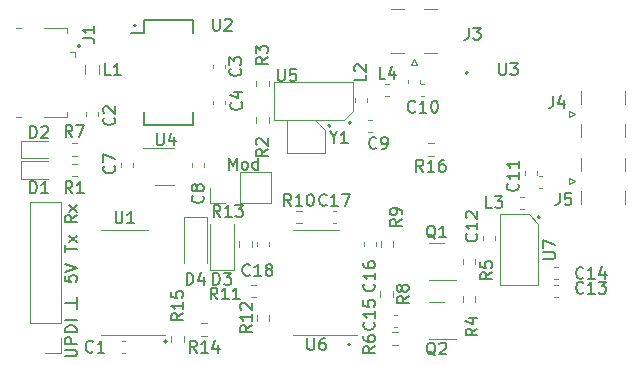
<source format=gbr>
%TF.GenerationSoftware,KiCad,Pcbnew,(6.0.0-0)*%
%TF.CreationDate,2022-07-29T21:18:11+02:00*%
%TF.ProjectId,DetectorReader,44657465-6374-46f7-9252-65616465722e,rev?*%
%TF.SameCoordinates,Original*%
%TF.FileFunction,Legend,Top*%
%TF.FilePolarity,Positive*%
%FSLAX46Y46*%
G04 Gerber Fmt 4.6, Leading zero omitted, Abs format (unit mm)*
G04 Created by KiCad (PCBNEW (6.0.0-0)) date 2022-07-29 21:18:11*
%MOMM*%
%LPD*%
G01*
G04 APERTURE LIST*
%ADD10C,0.200000*%
%ADD11C,0.150000*%
%ADD12C,0.120000*%
G04 APERTURE END LIST*
D10*
X138420000Y-81750000D02*
G75*
G03*
X138420000Y-81750000I-100000J0D01*
G01*
X154420000Y-89750000D02*
G75*
G03*
X154420000Y-89750000I-100000J0D01*
G01*
X115500000Y-75250000D02*
G75*
G03*
X115500000Y-75250000I-100000J0D01*
G01*
X138350000Y-100500000D02*
G75*
G03*
X138350000Y-100500000I-100000J0D01*
G01*
D11*
X115250000Y-97500000D02*
X115250000Y-96500000D01*
X115250000Y-97000000D02*
X114250000Y-97000000D01*
D10*
X148330000Y-77500000D02*
G75*
G03*
X148330000Y-77500000I-100000J0D01*
G01*
X136670000Y-82000000D02*
G75*
G03*
X136670000Y-82000000I-100000J0D01*
G01*
X122825000Y-100270000D02*
G75*
G03*
X122825000Y-100270000I-100000J0D01*
G01*
X120250000Y-73500000D02*
G75*
G03*
X120250000Y-73500000I-100000J0D01*
G01*
D11*
X114202380Y-92690476D02*
X114202380Y-92119047D01*
X115202380Y-92404761D02*
X114202380Y-92404761D01*
X115202380Y-91880952D02*
X114535714Y-91357142D01*
X114535714Y-91880952D02*
X115202380Y-91357142D01*
X114202380Y-101523809D02*
X115011904Y-101523809D01*
X115107142Y-101476190D01*
X115154761Y-101428571D01*
X115202380Y-101333333D01*
X115202380Y-101142857D01*
X115154761Y-101047619D01*
X115107142Y-101000000D01*
X115011904Y-100952380D01*
X114202380Y-100952380D01*
X115202380Y-100476190D02*
X114202380Y-100476190D01*
X114202380Y-100095238D01*
X114250000Y-100000000D01*
X114297619Y-99952380D01*
X114392857Y-99904761D01*
X114535714Y-99904761D01*
X114630952Y-99952380D01*
X114678571Y-100000000D01*
X114726190Y-100095238D01*
X114726190Y-100476190D01*
X115202380Y-99476190D02*
X114202380Y-99476190D01*
X114202380Y-99238095D01*
X114250000Y-99095238D01*
X114345238Y-99000000D01*
X114440476Y-98952380D01*
X114630952Y-98904761D01*
X114773809Y-98904761D01*
X114964285Y-98952380D01*
X115059523Y-99000000D01*
X115154761Y-99095238D01*
X115202380Y-99238095D01*
X115202380Y-99476190D01*
X115202380Y-98476190D02*
X114202380Y-98476190D01*
X128085595Y-85702380D02*
X128085595Y-84702380D01*
X128418928Y-85416666D01*
X128752261Y-84702380D01*
X128752261Y-85702380D01*
X129371309Y-85702380D02*
X129276071Y-85654761D01*
X129228452Y-85607142D01*
X129180833Y-85511904D01*
X129180833Y-85226190D01*
X129228452Y-85130952D01*
X129276071Y-85083333D01*
X129371309Y-85035714D01*
X129514166Y-85035714D01*
X129609404Y-85083333D01*
X129657023Y-85130952D01*
X129704642Y-85226190D01*
X129704642Y-85511904D01*
X129657023Y-85607142D01*
X129609404Y-85654761D01*
X129514166Y-85702380D01*
X129371309Y-85702380D01*
X130561785Y-85702380D02*
X130561785Y-84702380D01*
X130561785Y-85654761D02*
X130466547Y-85702380D01*
X130276071Y-85702380D01*
X130180833Y-85654761D01*
X130133214Y-85607142D01*
X130085595Y-85511904D01*
X130085595Y-85226190D01*
X130133214Y-85130952D01*
X130180833Y-85083333D01*
X130276071Y-85035714D01*
X130466547Y-85035714D01*
X130561785Y-85083333D01*
X114202380Y-94690476D02*
X114202380Y-95166666D01*
X114678571Y-95214285D01*
X114630952Y-95166666D01*
X114583333Y-95071428D01*
X114583333Y-94833333D01*
X114630952Y-94738095D01*
X114678571Y-94690476D01*
X114773809Y-94642857D01*
X115011904Y-94642857D01*
X115107142Y-94690476D01*
X115154761Y-94738095D01*
X115202380Y-94833333D01*
X115202380Y-95071428D01*
X115154761Y-95166666D01*
X115107142Y-95214285D01*
X114202380Y-94357142D02*
X115202380Y-94023809D01*
X114202380Y-93690476D01*
X115202380Y-89595238D02*
X114726190Y-89928571D01*
X115202380Y-90166666D02*
X114202380Y-90166666D01*
X114202380Y-89785714D01*
X114250000Y-89690476D01*
X114297619Y-89642857D01*
X114392857Y-89595238D01*
X114535714Y-89595238D01*
X114630952Y-89642857D01*
X114678571Y-89690476D01*
X114726190Y-89785714D01*
X114726190Y-90166666D01*
X115202380Y-89261904D02*
X114535714Y-88738095D01*
X114535714Y-89261904D02*
X115202380Y-88738095D01*
%TO.C,C11*%
X152527142Y-86892857D02*
X152574761Y-86940476D01*
X152622380Y-87083333D01*
X152622380Y-87178571D01*
X152574761Y-87321428D01*
X152479523Y-87416666D01*
X152384285Y-87464285D01*
X152193809Y-87511904D01*
X152050952Y-87511904D01*
X151860476Y-87464285D01*
X151765238Y-87416666D01*
X151670000Y-87321428D01*
X151622380Y-87178571D01*
X151622380Y-87083333D01*
X151670000Y-86940476D01*
X151717619Y-86892857D01*
X152622380Y-85940476D02*
X152622380Y-86511904D01*
X152622380Y-86226190D02*
X151622380Y-86226190D01*
X151765238Y-86321428D01*
X151860476Y-86416666D01*
X151908095Y-86511904D01*
X152622380Y-84988095D02*
X152622380Y-85559523D01*
X152622380Y-85273809D02*
X151622380Y-85273809D01*
X151765238Y-85369047D01*
X151860476Y-85464285D01*
X151908095Y-85559523D01*
%TO.C,C3*%
X129037142Y-77166666D02*
X129084761Y-77214285D01*
X129132380Y-77357142D01*
X129132380Y-77452380D01*
X129084761Y-77595238D01*
X128989523Y-77690476D01*
X128894285Y-77738095D01*
X128703809Y-77785714D01*
X128560952Y-77785714D01*
X128370476Y-77738095D01*
X128275238Y-77690476D01*
X128180000Y-77595238D01*
X128132380Y-77452380D01*
X128132380Y-77357142D01*
X128180000Y-77214285D01*
X128227619Y-77166666D01*
X128132380Y-76833333D02*
X128132380Y-76214285D01*
X128513333Y-76547619D01*
X128513333Y-76404761D01*
X128560952Y-76309523D01*
X128608571Y-76261904D01*
X128703809Y-76214285D01*
X128941904Y-76214285D01*
X129037142Y-76261904D01*
X129084761Y-76309523D01*
X129132380Y-76404761D01*
X129132380Y-76690476D01*
X129084761Y-76785714D01*
X129037142Y-76833333D01*
%TO.C,C14*%
X158107142Y-94857142D02*
X158059523Y-94904761D01*
X157916666Y-94952380D01*
X157821428Y-94952380D01*
X157678571Y-94904761D01*
X157583333Y-94809523D01*
X157535714Y-94714285D01*
X157488095Y-94523809D01*
X157488095Y-94380952D01*
X157535714Y-94190476D01*
X157583333Y-94095238D01*
X157678571Y-94000000D01*
X157821428Y-93952380D01*
X157916666Y-93952380D01*
X158059523Y-94000000D01*
X158107142Y-94047619D01*
X159059523Y-94952380D02*
X158488095Y-94952380D01*
X158773809Y-94952380D02*
X158773809Y-93952380D01*
X158678571Y-94095238D01*
X158583333Y-94190476D01*
X158488095Y-94238095D01*
X159916666Y-94285714D02*
X159916666Y-94952380D01*
X159678571Y-93904761D02*
X159440476Y-94619047D01*
X160059523Y-94619047D01*
%TO.C,U7*%
X154722380Y-93261904D02*
X155531904Y-93261904D01*
X155627142Y-93214285D01*
X155674761Y-93166666D01*
X155722380Y-93071428D01*
X155722380Y-92880952D01*
X155674761Y-92785714D01*
X155627142Y-92738095D01*
X155531904Y-92690476D01*
X154722380Y-92690476D01*
X154722380Y-92309523D02*
X154722380Y-91642857D01*
X155722380Y-92071428D01*
%TO.C,D2*%
X111261904Y-83022380D02*
X111261904Y-82022380D01*
X111500000Y-82022380D01*
X111642857Y-82070000D01*
X111738095Y-82165238D01*
X111785714Y-82260476D01*
X111833333Y-82450952D01*
X111833333Y-82593809D01*
X111785714Y-82784285D01*
X111738095Y-82879523D01*
X111642857Y-82974761D01*
X111500000Y-83022380D01*
X111261904Y-83022380D01*
X112214285Y-82117619D02*
X112261904Y-82070000D01*
X112357142Y-82022380D01*
X112595238Y-82022380D01*
X112690476Y-82070000D01*
X112738095Y-82117619D01*
X112785714Y-82212857D01*
X112785714Y-82308095D01*
X112738095Y-82450952D01*
X112166666Y-83022380D01*
X112785714Y-83022380D01*
%TO.C,R9*%
X142702380Y-89916666D02*
X142226190Y-90250000D01*
X142702380Y-90488095D02*
X141702380Y-90488095D01*
X141702380Y-90107142D01*
X141750000Y-90011904D01*
X141797619Y-89964285D01*
X141892857Y-89916666D01*
X142035714Y-89916666D01*
X142130952Y-89964285D01*
X142178571Y-90011904D01*
X142226190Y-90107142D01*
X142226190Y-90488095D01*
X142702380Y-89440476D02*
X142702380Y-89250000D01*
X142654761Y-89154761D01*
X142607142Y-89107142D01*
X142464285Y-89011904D01*
X142273809Y-88964285D01*
X141892857Y-88964285D01*
X141797619Y-89011904D01*
X141750000Y-89059523D01*
X141702380Y-89154761D01*
X141702380Y-89345238D01*
X141750000Y-89440476D01*
X141797619Y-89488095D01*
X141892857Y-89535714D01*
X142130952Y-89535714D01*
X142226190Y-89488095D01*
X142273809Y-89440476D01*
X142321428Y-89345238D01*
X142321428Y-89154761D01*
X142273809Y-89059523D01*
X142226190Y-89011904D01*
X142130952Y-88964285D01*
%TO.C,C16*%
X140357142Y-95392857D02*
X140404761Y-95440476D01*
X140452380Y-95583333D01*
X140452380Y-95678571D01*
X140404761Y-95821428D01*
X140309523Y-95916666D01*
X140214285Y-95964285D01*
X140023809Y-96011904D01*
X139880952Y-96011904D01*
X139690476Y-95964285D01*
X139595238Y-95916666D01*
X139500000Y-95821428D01*
X139452380Y-95678571D01*
X139452380Y-95583333D01*
X139500000Y-95440476D01*
X139547619Y-95392857D01*
X140452380Y-94440476D02*
X140452380Y-95011904D01*
X140452380Y-94726190D02*
X139452380Y-94726190D01*
X139595238Y-94821428D01*
X139690476Y-94916666D01*
X139738095Y-95011904D01*
X139452380Y-93583333D02*
X139452380Y-93773809D01*
X139500000Y-93869047D01*
X139547619Y-93916666D01*
X139690476Y-94011904D01*
X139880952Y-94059523D01*
X140261904Y-94059523D01*
X140357142Y-94011904D01*
X140404761Y-93964285D01*
X140452380Y-93869047D01*
X140452380Y-93678571D01*
X140404761Y-93583333D01*
X140357142Y-93535714D01*
X140261904Y-93488095D01*
X140023809Y-93488095D01*
X139928571Y-93535714D01*
X139880952Y-93583333D01*
X139833333Y-93678571D01*
X139833333Y-93869047D01*
X139880952Y-93964285D01*
X139928571Y-94011904D01*
X140023809Y-94059523D01*
%TO.C,R7*%
X114833333Y-82952380D02*
X114500000Y-82476190D01*
X114261904Y-82952380D02*
X114261904Y-81952380D01*
X114642857Y-81952380D01*
X114738095Y-82000000D01*
X114785714Y-82047619D01*
X114833333Y-82142857D01*
X114833333Y-82285714D01*
X114785714Y-82380952D01*
X114738095Y-82428571D01*
X114642857Y-82476190D01*
X114261904Y-82476190D01*
X115166666Y-81952380D02*
X115833333Y-81952380D01*
X115404761Y-82952380D01*
%TO.C,Q1*%
X145574761Y-91547619D02*
X145479523Y-91500000D01*
X145384285Y-91404761D01*
X145241428Y-91261904D01*
X145146190Y-91214285D01*
X145050952Y-91214285D01*
X145098571Y-91452380D02*
X145003333Y-91404761D01*
X144908095Y-91309523D01*
X144860476Y-91119047D01*
X144860476Y-90785714D01*
X144908095Y-90595238D01*
X145003333Y-90500000D01*
X145098571Y-90452380D01*
X145289047Y-90452380D01*
X145384285Y-90500000D01*
X145479523Y-90595238D01*
X145527142Y-90785714D01*
X145527142Y-91119047D01*
X145479523Y-91309523D01*
X145384285Y-91404761D01*
X145289047Y-91452380D01*
X145098571Y-91452380D01*
X146479523Y-91452380D02*
X145908095Y-91452380D01*
X146193809Y-91452380D02*
X146193809Y-90452380D01*
X146098571Y-90595238D01*
X146003333Y-90690476D01*
X145908095Y-90738095D01*
%TO.C,L2*%
X139702380Y-77666666D02*
X139702380Y-78142857D01*
X138702380Y-78142857D01*
X138797619Y-77380952D02*
X138750000Y-77333333D01*
X138702380Y-77238095D01*
X138702380Y-77000000D01*
X138750000Y-76904761D01*
X138797619Y-76857142D01*
X138892857Y-76809523D01*
X138988095Y-76809523D01*
X139130952Y-76857142D01*
X139702380Y-77428571D01*
X139702380Y-76809523D01*
%TO.C,C2*%
X118357142Y-81307246D02*
X118404761Y-81354865D01*
X118452380Y-81497722D01*
X118452380Y-81592960D01*
X118404761Y-81735818D01*
X118309523Y-81831056D01*
X118214285Y-81878675D01*
X118023809Y-81926294D01*
X117880952Y-81926294D01*
X117690476Y-81878675D01*
X117595238Y-81831056D01*
X117500000Y-81735818D01*
X117452380Y-81592960D01*
X117452380Y-81497722D01*
X117500000Y-81354865D01*
X117547619Y-81307246D01*
X117547619Y-80926294D02*
X117500000Y-80878675D01*
X117452380Y-80783437D01*
X117452380Y-80545341D01*
X117500000Y-80450103D01*
X117547619Y-80402484D01*
X117642857Y-80354865D01*
X117738095Y-80354865D01*
X117880952Y-80402484D01*
X118452380Y-80973913D01*
X118452380Y-80354865D01*
%TO.C,C1*%
X116583333Y-101107142D02*
X116535714Y-101154761D01*
X116392857Y-101202380D01*
X116297619Y-101202380D01*
X116154761Y-101154761D01*
X116059523Y-101059523D01*
X116011904Y-100964285D01*
X115964285Y-100773809D01*
X115964285Y-100630952D01*
X116011904Y-100440476D01*
X116059523Y-100345238D01*
X116154761Y-100250000D01*
X116297619Y-100202380D01*
X116392857Y-100202380D01*
X116535714Y-100250000D01*
X116583333Y-100297619D01*
X117535714Y-101202380D02*
X116964285Y-101202380D01*
X117250000Y-101202380D02*
X117250000Y-100202380D01*
X117154761Y-100345238D01*
X117059523Y-100440476D01*
X116964285Y-100488095D01*
%TO.C,U3*%
X150968095Y-76702380D02*
X150968095Y-77511904D01*
X151015714Y-77607142D01*
X151063333Y-77654761D01*
X151158571Y-77702380D01*
X151349047Y-77702380D01*
X151444285Y-77654761D01*
X151491904Y-77607142D01*
X151539523Y-77511904D01*
X151539523Y-76702380D01*
X151920476Y-76702380D02*
X152539523Y-76702380D01*
X152206190Y-77083333D01*
X152349047Y-77083333D01*
X152444285Y-77130952D01*
X152491904Y-77178571D01*
X152539523Y-77273809D01*
X152539523Y-77511904D01*
X152491904Y-77607142D01*
X152444285Y-77654761D01*
X152349047Y-77702380D01*
X152063333Y-77702380D01*
X151968095Y-77654761D01*
X151920476Y-77607142D01*
%TO.C,J3*%
X148396666Y-73702380D02*
X148396666Y-74416666D01*
X148349047Y-74559523D01*
X148253809Y-74654761D01*
X148110952Y-74702380D01*
X148015714Y-74702380D01*
X148777619Y-73702380D02*
X149396666Y-73702380D01*
X149063333Y-74083333D01*
X149206190Y-74083333D01*
X149301428Y-74130952D01*
X149349047Y-74178571D01*
X149396666Y-74273809D01*
X149396666Y-74511904D01*
X149349047Y-74607142D01*
X149301428Y-74654761D01*
X149206190Y-74702380D01*
X148920476Y-74702380D01*
X148825238Y-74654761D01*
X148777619Y-74607142D01*
%TO.C,D1*%
X111261904Y-87702380D02*
X111261904Y-86702380D01*
X111500000Y-86702380D01*
X111642857Y-86750000D01*
X111738095Y-86845238D01*
X111785714Y-86940476D01*
X111833333Y-87130952D01*
X111833333Y-87273809D01*
X111785714Y-87464285D01*
X111738095Y-87559523D01*
X111642857Y-87654761D01*
X111500000Y-87702380D01*
X111261904Y-87702380D01*
X112785714Y-87702380D02*
X112214285Y-87702380D01*
X112500000Y-87702380D02*
X112500000Y-86702380D01*
X112404761Y-86845238D01*
X112309523Y-86940476D01*
X112214285Y-86988095D01*
%TO.C,D3*%
X126761904Y-95452380D02*
X126761904Y-94452380D01*
X127000000Y-94452380D01*
X127142857Y-94500000D01*
X127238095Y-94595238D01*
X127285714Y-94690476D01*
X127333333Y-94880952D01*
X127333333Y-95023809D01*
X127285714Y-95214285D01*
X127238095Y-95309523D01*
X127142857Y-95404761D01*
X127000000Y-95452380D01*
X126761904Y-95452380D01*
X127666666Y-94452380D02*
X128285714Y-94452380D01*
X127952380Y-94833333D01*
X128095238Y-94833333D01*
X128190476Y-94880952D01*
X128238095Y-94928571D01*
X128285714Y-95023809D01*
X128285714Y-95261904D01*
X128238095Y-95357142D01*
X128190476Y-95404761D01*
X128095238Y-95452380D01*
X127809523Y-95452380D01*
X127714285Y-95404761D01*
X127666666Y-95357142D01*
%TO.C,R11*%
X127107142Y-96702380D02*
X126773809Y-96226190D01*
X126535714Y-96702380D02*
X126535714Y-95702380D01*
X126916666Y-95702380D01*
X127011904Y-95750000D01*
X127059523Y-95797619D01*
X127107142Y-95892857D01*
X127107142Y-96035714D01*
X127059523Y-96130952D01*
X127011904Y-96178571D01*
X126916666Y-96226190D01*
X126535714Y-96226190D01*
X128059523Y-96702380D02*
X127488095Y-96702380D01*
X127773809Y-96702380D02*
X127773809Y-95702380D01*
X127678571Y-95845238D01*
X127583333Y-95940476D01*
X127488095Y-95988095D01*
X129011904Y-96702380D02*
X128440476Y-96702380D01*
X128726190Y-96702380D02*
X128726190Y-95702380D01*
X128630952Y-95845238D01*
X128535714Y-95940476D01*
X128440476Y-95988095D01*
%TO.C,C15*%
X140357142Y-98642857D02*
X140404761Y-98690476D01*
X140452380Y-98833333D01*
X140452380Y-98928571D01*
X140404761Y-99071428D01*
X140309523Y-99166666D01*
X140214285Y-99214285D01*
X140023809Y-99261904D01*
X139880952Y-99261904D01*
X139690476Y-99214285D01*
X139595238Y-99166666D01*
X139500000Y-99071428D01*
X139452380Y-98928571D01*
X139452380Y-98833333D01*
X139500000Y-98690476D01*
X139547619Y-98642857D01*
X140452380Y-97690476D02*
X140452380Y-98261904D01*
X140452380Y-97976190D02*
X139452380Y-97976190D01*
X139595238Y-98071428D01*
X139690476Y-98166666D01*
X139738095Y-98261904D01*
X139452380Y-96785714D02*
X139452380Y-97261904D01*
X139928571Y-97309523D01*
X139880952Y-97261904D01*
X139833333Y-97166666D01*
X139833333Y-96928571D01*
X139880952Y-96833333D01*
X139928571Y-96785714D01*
X140023809Y-96738095D01*
X140261904Y-96738095D01*
X140357142Y-96785714D01*
X140404761Y-96833333D01*
X140452380Y-96928571D01*
X140452380Y-97166666D01*
X140404761Y-97261904D01*
X140357142Y-97309523D01*
%TO.C,R3*%
X131372380Y-76179166D02*
X130896190Y-76512500D01*
X131372380Y-76750595D02*
X130372380Y-76750595D01*
X130372380Y-76369642D01*
X130420000Y-76274404D01*
X130467619Y-76226785D01*
X130562857Y-76179166D01*
X130705714Y-76179166D01*
X130800952Y-76226785D01*
X130848571Y-76274404D01*
X130896190Y-76369642D01*
X130896190Y-76750595D01*
X130372380Y-75845833D02*
X130372380Y-75226785D01*
X130753333Y-75560119D01*
X130753333Y-75417261D01*
X130800952Y-75322023D01*
X130848571Y-75274404D01*
X130943809Y-75226785D01*
X131181904Y-75226785D01*
X131277142Y-75274404D01*
X131324761Y-75322023D01*
X131372380Y-75417261D01*
X131372380Y-75702976D01*
X131324761Y-75798214D01*
X131277142Y-75845833D01*
%TO.C,C10*%
X143862142Y-80787142D02*
X143814523Y-80834761D01*
X143671666Y-80882380D01*
X143576428Y-80882380D01*
X143433571Y-80834761D01*
X143338333Y-80739523D01*
X143290714Y-80644285D01*
X143243095Y-80453809D01*
X143243095Y-80310952D01*
X143290714Y-80120476D01*
X143338333Y-80025238D01*
X143433571Y-79930000D01*
X143576428Y-79882380D01*
X143671666Y-79882380D01*
X143814523Y-79930000D01*
X143862142Y-79977619D01*
X144814523Y-80882380D02*
X144243095Y-80882380D01*
X144528809Y-80882380D02*
X144528809Y-79882380D01*
X144433571Y-80025238D01*
X144338333Y-80120476D01*
X144243095Y-80168095D01*
X145433571Y-79882380D02*
X145528809Y-79882380D01*
X145624047Y-79930000D01*
X145671666Y-79977619D01*
X145719285Y-80072857D01*
X145766904Y-80263333D01*
X145766904Y-80501428D01*
X145719285Y-80691904D01*
X145671666Y-80787142D01*
X145624047Y-80834761D01*
X145528809Y-80882380D01*
X145433571Y-80882380D01*
X145338333Y-80834761D01*
X145290714Y-80787142D01*
X145243095Y-80691904D01*
X145195476Y-80501428D01*
X145195476Y-80263333D01*
X145243095Y-80072857D01*
X145290714Y-79977619D01*
X145338333Y-79930000D01*
X145433571Y-79882380D01*
%TO.C,R8*%
X143302380Y-96416666D02*
X142826190Y-96750000D01*
X143302380Y-96988095D02*
X142302380Y-96988095D01*
X142302380Y-96607142D01*
X142350000Y-96511904D01*
X142397619Y-96464285D01*
X142492857Y-96416666D01*
X142635714Y-96416666D01*
X142730952Y-96464285D01*
X142778571Y-96511904D01*
X142826190Y-96607142D01*
X142826190Y-96988095D01*
X142730952Y-95845238D02*
X142683333Y-95940476D01*
X142635714Y-95988095D01*
X142540476Y-96035714D01*
X142492857Y-96035714D01*
X142397619Y-95988095D01*
X142350000Y-95940476D01*
X142302380Y-95845238D01*
X142302380Y-95654761D01*
X142350000Y-95559523D01*
X142397619Y-95511904D01*
X142492857Y-95464285D01*
X142540476Y-95464285D01*
X142635714Y-95511904D01*
X142683333Y-95559523D01*
X142730952Y-95654761D01*
X142730952Y-95845238D01*
X142778571Y-95940476D01*
X142826190Y-95988095D01*
X142921428Y-96035714D01*
X143111904Y-96035714D01*
X143207142Y-95988095D01*
X143254761Y-95940476D01*
X143302380Y-95845238D01*
X143302380Y-95654761D01*
X143254761Y-95559523D01*
X143207142Y-95511904D01*
X143111904Y-95464285D01*
X142921428Y-95464285D01*
X142826190Y-95511904D01*
X142778571Y-95559523D01*
X142730952Y-95654761D01*
%TO.C,D4*%
X124511904Y-95452380D02*
X124511904Y-94452380D01*
X124750000Y-94452380D01*
X124892857Y-94500000D01*
X124988095Y-94595238D01*
X125035714Y-94690476D01*
X125083333Y-94880952D01*
X125083333Y-95023809D01*
X125035714Y-95214285D01*
X124988095Y-95309523D01*
X124892857Y-95404761D01*
X124750000Y-95452380D01*
X124511904Y-95452380D01*
X125940476Y-94785714D02*
X125940476Y-95452380D01*
X125702380Y-94404761D02*
X125464285Y-95119047D01*
X126083333Y-95119047D01*
%TO.C,U1*%
X118488095Y-89241380D02*
X118488095Y-90050904D01*
X118535714Y-90146142D01*
X118583333Y-90193761D01*
X118678571Y-90241380D01*
X118869047Y-90241380D01*
X118964285Y-90193761D01*
X119011904Y-90146142D01*
X119059523Y-90050904D01*
X119059523Y-89241380D01*
X120059523Y-90241380D02*
X119488095Y-90241380D01*
X119773809Y-90241380D02*
X119773809Y-89241380D01*
X119678571Y-89384238D01*
X119583333Y-89479476D01*
X119488095Y-89527095D01*
%TO.C,U4*%
X121988095Y-82652380D02*
X121988095Y-83461904D01*
X122035714Y-83557142D01*
X122083333Y-83604761D01*
X122178571Y-83652380D01*
X122369047Y-83652380D01*
X122464285Y-83604761D01*
X122511904Y-83557142D01*
X122559523Y-83461904D01*
X122559523Y-82652380D01*
X123464285Y-82985714D02*
X123464285Y-83652380D01*
X123226190Y-82604761D02*
X122988095Y-83319047D01*
X123607142Y-83319047D01*
%TO.C,R13*%
X127357142Y-89702380D02*
X127023809Y-89226190D01*
X126785714Y-89702380D02*
X126785714Y-88702380D01*
X127166666Y-88702380D01*
X127261904Y-88750000D01*
X127309523Y-88797619D01*
X127357142Y-88892857D01*
X127357142Y-89035714D01*
X127309523Y-89130952D01*
X127261904Y-89178571D01*
X127166666Y-89226190D01*
X126785714Y-89226190D01*
X128309523Y-89702380D02*
X127738095Y-89702380D01*
X128023809Y-89702380D02*
X128023809Y-88702380D01*
X127928571Y-88845238D01*
X127833333Y-88940476D01*
X127738095Y-88988095D01*
X128642857Y-88702380D02*
X129261904Y-88702380D01*
X128928571Y-89083333D01*
X129071428Y-89083333D01*
X129166666Y-89130952D01*
X129214285Y-89178571D01*
X129261904Y-89273809D01*
X129261904Y-89511904D01*
X129214285Y-89607142D01*
X129166666Y-89654761D01*
X129071428Y-89702380D01*
X128785714Y-89702380D01*
X128690476Y-89654761D01*
X128642857Y-89607142D01*
%TO.C,C12*%
X149027142Y-91142857D02*
X149074761Y-91190476D01*
X149122380Y-91333333D01*
X149122380Y-91428571D01*
X149074761Y-91571428D01*
X148979523Y-91666666D01*
X148884285Y-91714285D01*
X148693809Y-91761904D01*
X148550952Y-91761904D01*
X148360476Y-91714285D01*
X148265238Y-91666666D01*
X148170000Y-91571428D01*
X148122380Y-91428571D01*
X148122380Y-91333333D01*
X148170000Y-91190476D01*
X148217619Y-91142857D01*
X149122380Y-90190476D02*
X149122380Y-90761904D01*
X149122380Y-90476190D02*
X148122380Y-90476190D01*
X148265238Y-90571428D01*
X148360476Y-90666666D01*
X148408095Y-90761904D01*
X148217619Y-89809523D02*
X148170000Y-89761904D01*
X148122380Y-89666666D01*
X148122380Y-89428571D01*
X148170000Y-89333333D01*
X148217619Y-89285714D01*
X148312857Y-89238095D01*
X148408095Y-89238095D01*
X148550952Y-89285714D01*
X149122380Y-89857142D01*
X149122380Y-89238095D01*
%TO.C,R16*%
X144532142Y-85882380D02*
X144198809Y-85406190D01*
X143960714Y-85882380D02*
X143960714Y-84882380D01*
X144341666Y-84882380D01*
X144436904Y-84930000D01*
X144484523Y-84977619D01*
X144532142Y-85072857D01*
X144532142Y-85215714D01*
X144484523Y-85310952D01*
X144436904Y-85358571D01*
X144341666Y-85406190D01*
X143960714Y-85406190D01*
X145484523Y-85882380D02*
X144913095Y-85882380D01*
X145198809Y-85882380D02*
X145198809Y-84882380D01*
X145103571Y-85025238D01*
X145008333Y-85120476D01*
X144913095Y-85168095D01*
X146341666Y-84882380D02*
X146151190Y-84882380D01*
X146055952Y-84930000D01*
X146008333Y-84977619D01*
X145913095Y-85120476D01*
X145865476Y-85310952D01*
X145865476Y-85691904D01*
X145913095Y-85787142D01*
X145960714Y-85834761D01*
X146055952Y-85882380D01*
X146246428Y-85882380D01*
X146341666Y-85834761D01*
X146389285Y-85787142D01*
X146436904Y-85691904D01*
X146436904Y-85453809D01*
X146389285Y-85358571D01*
X146341666Y-85310952D01*
X146246428Y-85263333D01*
X146055952Y-85263333D01*
X145960714Y-85310952D01*
X145913095Y-85358571D01*
X145865476Y-85453809D01*
%TO.C,R4*%
X149122380Y-99166666D02*
X148646190Y-99500000D01*
X149122380Y-99738095D02*
X148122380Y-99738095D01*
X148122380Y-99357142D01*
X148170000Y-99261904D01*
X148217619Y-99214285D01*
X148312857Y-99166666D01*
X148455714Y-99166666D01*
X148550952Y-99214285D01*
X148598571Y-99261904D01*
X148646190Y-99357142D01*
X148646190Y-99738095D01*
X148455714Y-98309523D02*
X149122380Y-98309523D01*
X148074761Y-98547619D02*
X148789047Y-98785714D01*
X148789047Y-98166666D01*
%TO.C,Q2*%
X145574761Y-101447619D02*
X145479523Y-101400000D01*
X145384285Y-101304761D01*
X145241428Y-101161904D01*
X145146190Y-101114285D01*
X145050952Y-101114285D01*
X145098571Y-101352380D02*
X145003333Y-101304761D01*
X144908095Y-101209523D01*
X144860476Y-101019047D01*
X144860476Y-100685714D01*
X144908095Y-100495238D01*
X145003333Y-100400000D01*
X145098571Y-100352380D01*
X145289047Y-100352380D01*
X145384285Y-100400000D01*
X145479523Y-100495238D01*
X145527142Y-100685714D01*
X145527142Y-101019047D01*
X145479523Y-101209523D01*
X145384285Y-101304761D01*
X145289047Y-101352380D01*
X145098571Y-101352380D01*
X145908095Y-100447619D02*
X145955714Y-100400000D01*
X146050952Y-100352380D01*
X146289047Y-100352380D01*
X146384285Y-100400000D01*
X146431904Y-100447619D01*
X146479523Y-100542857D01*
X146479523Y-100638095D01*
X146431904Y-100780952D01*
X145860476Y-101352380D01*
X146479523Y-101352380D01*
%TO.C,J5*%
X156086666Y-87702380D02*
X156086666Y-88416666D01*
X156039047Y-88559523D01*
X155943809Y-88654761D01*
X155800952Y-88702380D01*
X155705714Y-88702380D01*
X157039047Y-87702380D02*
X156562857Y-87702380D01*
X156515238Y-88178571D01*
X156562857Y-88130952D01*
X156658095Y-88083333D01*
X156896190Y-88083333D01*
X156991428Y-88130952D01*
X157039047Y-88178571D01*
X157086666Y-88273809D01*
X157086666Y-88511904D01*
X157039047Y-88607142D01*
X156991428Y-88654761D01*
X156896190Y-88702380D01*
X156658095Y-88702380D01*
X156562857Y-88654761D01*
X156515238Y-88607142D01*
%TO.C,R1*%
X114833333Y-87702380D02*
X114500000Y-87226190D01*
X114261904Y-87702380D02*
X114261904Y-86702380D01*
X114642857Y-86702380D01*
X114738095Y-86750000D01*
X114785714Y-86797619D01*
X114833333Y-86892857D01*
X114833333Y-87035714D01*
X114785714Y-87130952D01*
X114738095Y-87178571D01*
X114642857Y-87226190D01*
X114261904Y-87226190D01*
X115785714Y-87702380D02*
X115214285Y-87702380D01*
X115500000Y-87702380D02*
X115500000Y-86702380D01*
X115404761Y-86845238D01*
X115309523Y-86940476D01*
X115214285Y-86988095D01*
%TO.C,R5*%
X150372380Y-94416666D02*
X149896190Y-94750000D01*
X150372380Y-94988095D02*
X149372380Y-94988095D01*
X149372380Y-94607142D01*
X149420000Y-94511904D01*
X149467619Y-94464285D01*
X149562857Y-94416666D01*
X149705714Y-94416666D01*
X149800952Y-94464285D01*
X149848571Y-94511904D01*
X149896190Y-94607142D01*
X149896190Y-94988095D01*
X149372380Y-93511904D02*
X149372380Y-93988095D01*
X149848571Y-94035714D01*
X149800952Y-93988095D01*
X149753333Y-93892857D01*
X149753333Y-93654761D01*
X149800952Y-93559523D01*
X149848571Y-93511904D01*
X149943809Y-93464285D01*
X150181904Y-93464285D01*
X150277142Y-93511904D01*
X150324761Y-93559523D01*
X150372380Y-93654761D01*
X150372380Y-93892857D01*
X150324761Y-93988095D01*
X150277142Y-94035714D01*
%TO.C,U6*%
X134738095Y-99982380D02*
X134738095Y-100791904D01*
X134785714Y-100887142D01*
X134833333Y-100934761D01*
X134928571Y-100982380D01*
X135119047Y-100982380D01*
X135214285Y-100934761D01*
X135261904Y-100887142D01*
X135309523Y-100791904D01*
X135309523Y-99982380D01*
X136214285Y-99982380D02*
X136023809Y-99982380D01*
X135928571Y-100030000D01*
X135880952Y-100077619D01*
X135785714Y-100220476D01*
X135738095Y-100410952D01*
X135738095Y-100791904D01*
X135785714Y-100887142D01*
X135833333Y-100934761D01*
X135928571Y-100982380D01*
X136119047Y-100982380D01*
X136214285Y-100934761D01*
X136261904Y-100887142D01*
X136309523Y-100791904D01*
X136309523Y-100553809D01*
X136261904Y-100458571D01*
X136214285Y-100410952D01*
X136119047Y-100363333D01*
X135928571Y-100363333D01*
X135833333Y-100410952D01*
X135785714Y-100458571D01*
X135738095Y-100553809D01*
%TO.C,L4*%
X141333333Y-78022380D02*
X140857142Y-78022380D01*
X140857142Y-77022380D01*
X142095238Y-77355714D02*
X142095238Y-78022380D01*
X141857142Y-76974761D02*
X141619047Y-77689047D01*
X142238095Y-77689047D01*
%TO.C,C7*%
X118357142Y-85416666D02*
X118404761Y-85464285D01*
X118452380Y-85607142D01*
X118452380Y-85702380D01*
X118404761Y-85845238D01*
X118309523Y-85940476D01*
X118214285Y-85988095D01*
X118023809Y-86035714D01*
X117880952Y-86035714D01*
X117690476Y-85988095D01*
X117595238Y-85940476D01*
X117500000Y-85845238D01*
X117452380Y-85702380D01*
X117452380Y-85607142D01*
X117500000Y-85464285D01*
X117547619Y-85416666D01*
X117452380Y-85083333D02*
X117452380Y-84416666D01*
X118452380Y-84845238D01*
%TO.C,U5*%
X132238095Y-77202380D02*
X132238095Y-78011904D01*
X132285714Y-78107142D01*
X132333333Y-78154761D01*
X132428571Y-78202380D01*
X132619047Y-78202380D01*
X132714285Y-78154761D01*
X132761904Y-78107142D01*
X132809523Y-78011904D01*
X132809523Y-77202380D01*
X133761904Y-77202380D02*
X133285714Y-77202380D01*
X133238095Y-77678571D01*
X133285714Y-77630952D01*
X133380952Y-77583333D01*
X133619047Y-77583333D01*
X133714285Y-77630952D01*
X133761904Y-77678571D01*
X133809523Y-77773809D01*
X133809523Y-78011904D01*
X133761904Y-78107142D01*
X133714285Y-78154761D01*
X133619047Y-78202380D01*
X133380952Y-78202380D01*
X133285714Y-78154761D01*
X133238095Y-78107142D01*
%TO.C,R6*%
X140452380Y-100666666D02*
X139976190Y-101000000D01*
X140452380Y-101238095D02*
X139452380Y-101238095D01*
X139452380Y-100857142D01*
X139500000Y-100761904D01*
X139547619Y-100714285D01*
X139642857Y-100666666D01*
X139785714Y-100666666D01*
X139880952Y-100714285D01*
X139928571Y-100761904D01*
X139976190Y-100857142D01*
X139976190Y-101238095D01*
X139452380Y-99809523D02*
X139452380Y-100000000D01*
X139500000Y-100095238D01*
X139547619Y-100142857D01*
X139690476Y-100238095D01*
X139880952Y-100285714D01*
X140261904Y-100285714D01*
X140357142Y-100238095D01*
X140404761Y-100190476D01*
X140452380Y-100095238D01*
X140452380Y-99904761D01*
X140404761Y-99809523D01*
X140357142Y-99761904D01*
X140261904Y-99714285D01*
X140023809Y-99714285D01*
X139928571Y-99761904D01*
X139880952Y-99809523D01*
X139833333Y-99904761D01*
X139833333Y-100095238D01*
X139880952Y-100190476D01*
X139928571Y-100238095D01*
X140023809Y-100285714D01*
%TO.C,R10*%
X133357142Y-88772380D02*
X133023809Y-88296190D01*
X132785714Y-88772380D02*
X132785714Y-87772380D01*
X133166666Y-87772380D01*
X133261904Y-87820000D01*
X133309523Y-87867619D01*
X133357142Y-87962857D01*
X133357142Y-88105714D01*
X133309523Y-88200952D01*
X133261904Y-88248571D01*
X133166666Y-88296190D01*
X132785714Y-88296190D01*
X134309523Y-88772380D02*
X133738095Y-88772380D01*
X134023809Y-88772380D02*
X134023809Y-87772380D01*
X133928571Y-87915238D01*
X133833333Y-88010476D01*
X133738095Y-88058095D01*
X134928571Y-87772380D02*
X135023809Y-87772380D01*
X135119047Y-87820000D01*
X135166666Y-87867619D01*
X135214285Y-87962857D01*
X135261904Y-88153333D01*
X135261904Y-88391428D01*
X135214285Y-88581904D01*
X135166666Y-88677142D01*
X135119047Y-88724761D01*
X135023809Y-88772380D01*
X134928571Y-88772380D01*
X134833333Y-88724761D01*
X134785714Y-88677142D01*
X134738095Y-88581904D01*
X134690476Y-88391428D01*
X134690476Y-88153333D01*
X134738095Y-87962857D01*
X134785714Y-87867619D01*
X134833333Y-87820000D01*
X134928571Y-87772380D01*
%TO.C,R14*%
X125357142Y-101202380D02*
X125023809Y-100726190D01*
X124785714Y-101202380D02*
X124785714Y-100202380D01*
X125166666Y-100202380D01*
X125261904Y-100250000D01*
X125309523Y-100297619D01*
X125357142Y-100392857D01*
X125357142Y-100535714D01*
X125309523Y-100630952D01*
X125261904Y-100678571D01*
X125166666Y-100726190D01*
X124785714Y-100726190D01*
X126309523Y-101202380D02*
X125738095Y-101202380D01*
X126023809Y-101202380D02*
X126023809Y-100202380D01*
X125928571Y-100345238D01*
X125833333Y-100440476D01*
X125738095Y-100488095D01*
X127166666Y-100535714D02*
X127166666Y-101202380D01*
X126928571Y-100154761D02*
X126690476Y-100869047D01*
X127309523Y-100869047D01*
%TO.C,C18*%
X129857142Y-94607142D02*
X129809523Y-94654761D01*
X129666666Y-94702380D01*
X129571428Y-94702380D01*
X129428571Y-94654761D01*
X129333333Y-94559523D01*
X129285714Y-94464285D01*
X129238095Y-94273809D01*
X129238095Y-94130952D01*
X129285714Y-93940476D01*
X129333333Y-93845238D01*
X129428571Y-93750000D01*
X129571428Y-93702380D01*
X129666666Y-93702380D01*
X129809523Y-93750000D01*
X129857142Y-93797619D01*
X130809523Y-94702380D02*
X130238095Y-94702380D01*
X130523809Y-94702380D02*
X130523809Y-93702380D01*
X130428571Y-93845238D01*
X130333333Y-93940476D01*
X130238095Y-93988095D01*
X131380952Y-94130952D02*
X131285714Y-94083333D01*
X131238095Y-94035714D01*
X131190476Y-93940476D01*
X131190476Y-93892857D01*
X131238095Y-93797619D01*
X131285714Y-93750000D01*
X131380952Y-93702380D01*
X131571428Y-93702380D01*
X131666666Y-93750000D01*
X131714285Y-93797619D01*
X131761904Y-93892857D01*
X131761904Y-93940476D01*
X131714285Y-94035714D01*
X131666666Y-94083333D01*
X131571428Y-94130952D01*
X131380952Y-94130952D01*
X131285714Y-94178571D01*
X131238095Y-94226190D01*
X131190476Y-94321428D01*
X131190476Y-94511904D01*
X131238095Y-94607142D01*
X131285714Y-94654761D01*
X131380952Y-94702380D01*
X131571428Y-94702380D01*
X131666666Y-94654761D01*
X131714285Y-94607142D01*
X131761904Y-94511904D01*
X131761904Y-94321428D01*
X131714285Y-94226190D01*
X131666666Y-94178571D01*
X131571428Y-94130952D01*
%TO.C,J4*%
X155536666Y-79452380D02*
X155536666Y-80166666D01*
X155489047Y-80309523D01*
X155393809Y-80404761D01*
X155250952Y-80452380D01*
X155155714Y-80452380D01*
X156441428Y-79785714D02*
X156441428Y-80452380D01*
X156203333Y-79404761D02*
X155965238Y-80119047D01*
X156584285Y-80119047D01*
%TO.C,R12*%
X130022380Y-98892857D02*
X129546190Y-99226190D01*
X130022380Y-99464285D02*
X129022380Y-99464285D01*
X129022380Y-99083333D01*
X129070000Y-98988095D01*
X129117619Y-98940476D01*
X129212857Y-98892857D01*
X129355714Y-98892857D01*
X129450952Y-98940476D01*
X129498571Y-98988095D01*
X129546190Y-99083333D01*
X129546190Y-99464285D01*
X130022380Y-97940476D02*
X130022380Y-98511904D01*
X130022380Y-98226190D02*
X129022380Y-98226190D01*
X129165238Y-98321428D01*
X129260476Y-98416666D01*
X129308095Y-98511904D01*
X129117619Y-97559523D02*
X129070000Y-97511904D01*
X129022380Y-97416666D01*
X129022380Y-97178571D01*
X129070000Y-97083333D01*
X129117619Y-97035714D01*
X129212857Y-96988095D01*
X129308095Y-96988095D01*
X129450952Y-97035714D01*
X130022380Y-97607142D01*
X130022380Y-96988095D01*
%TO.C,C13*%
X158107142Y-96107142D02*
X158059523Y-96154761D01*
X157916666Y-96202380D01*
X157821428Y-96202380D01*
X157678571Y-96154761D01*
X157583333Y-96059523D01*
X157535714Y-95964285D01*
X157488095Y-95773809D01*
X157488095Y-95630952D01*
X157535714Y-95440476D01*
X157583333Y-95345238D01*
X157678571Y-95250000D01*
X157821428Y-95202380D01*
X157916666Y-95202380D01*
X158059523Y-95250000D01*
X158107142Y-95297619D01*
X159059523Y-96202380D02*
X158488095Y-96202380D01*
X158773809Y-96202380D02*
X158773809Y-95202380D01*
X158678571Y-95345238D01*
X158583333Y-95440476D01*
X158488095Y-95488095D01*
X159392857Y-95202380D02*
X160011904Y-95202380D01*
X159678571Y-95583333D01*
X159821428Y-95583333D01*
X159916666Y-95630952D01*
X159964285Y-95678571D01*
X160011904Y-95773809D01*
X160011904Y-96011904D01*
X159964285Y-96107142D01*
X159916666Y-96154761D01*
X159821428Y-96202380D01*
X159535714Y-96202380D01*
X159440476Y-96154761D01*
X159392857Y-96107142D01*
%TO.C,C4*%
X129107142Y-80026086D02*
X129154761Y-80073705D01*
X129202380Y-80216562D01*
X129202380Y-80311800D01*
X129154761Y-80454658D01*
X129059523Y-80549896D01*
X128964285Y-80597515D01*
X128773809Y-80645134D01*
X128630952Y-80645134D01*
X128440476Y-80597515D01*
X128345238Y-80549896D01*
X128250000Y-80454658D01*
X128202380Y-80311800D01*
X128202380Y-80216562D01*
X128250000Y-80073705D01*
X128297619Y-80026086D01*
X128535714Y-79168943D02*
X129202380Y-79168943D01*
X128154761Y-79407039D02*
X128869047Y-79645134D01*
X128869047Y-79026086D01*
%TO.C,C8*%
X125857142Y-87916666D02*
X125904761Y-87964285D01*
X125952380Y-88107142D01*
X125952380Y-88202380D01*
X125904761Y-88345238D01*
X125809523Y-88440476D01*
X125714285Y-88488095D01*
X125523809Y-88535714D01*
X125380952Y-88535714D01*
X125190476Y-88488095D01*
X125095238Y-88440476D01*
X125000000Y-88345238D01*
X124952380Y-88202380D01*
X124952380Y-88107142D01*
X125000000Y-87964285D01*
X125047619Y-87916666D01*
X125380952Y-87345238D02*
X125333333Y-87440476D01*
X125285714Y-87488095D01*
X125190476Y-87535714D01*
X125142857Y-87535714D01*
X125047619Y-87488095D01*
X125000000Y-87440476D01*
X124952380Y-87345238D01*
X124952380Y-87154761D01*
X125000000Y-87059523D01*
X125047619Y-87011904D01*
X125142857Y-86964285D01*
X125190476Y-86964285D01*
X125285714Y-87011904D01*
X125333333Y-87059523D01*
X125380952Y-87154761D01*
X125380952Y-87345238D01*
X125428571Y-87440476D01*
X125476190Y-87488095D01*
X125571428Y-87535714D01*
X125761904Y-87535714D01*
X125857142Y-87488095D01*
X125904761Y-87440476D01*
X125952380Y-87345238D01*
X125952380Y-87154761D01*
X125904761Y-87059523D01*
X125857142Y-87011904D01*
X125761904Y-86964285D01*
X125571428Y-86964285D01*
X125476190Y-87011904D01*
X125428571Y-87059523D01*
X125380952Y-87154761D01*
%TO.C,Y1*%
X136943809Y-82976190D02*
X136943809Y-83452380D01*
X136610476Y-82452380D02*
X136943809Y-82976190D01*
X137277142Y-82452380D01*
X138134285Y-83452380D02*
X137562857Y-83452380D01*
X137848571Y-83452380D02*
X137848571Y-82452380D01*
X137753333Y-82595238D01*
X137658095Y-82690476D01*
X137562857Y-82738095D01*
%TO.C,R15*%
X124202380Y-97892857D02*
X123726190Y-98226190D01*
X124202380Y-98464285D02*
X123202380Y-98464285D01*
X123202380Y-98083333D01*
X123250000Y-97988095D01*
X123297619Y-97940476D01*
X123392857Y-97892857D01*
X123535714Y-97892857D01*
X123630952Y-97940476D01*
X123678571Y-97988095D01*
X123726190Y-98083333D01*
X123726190Y-98464285D01*
X124202380Y-96940476D02*
X124202380Y-97511904D01*
X124202380Y-97226190D02*
X123202380Y-97226190D01*
X123345238Y-97321428D01*
X123440476Y-97416666D01*
X123488095Y-97511904D01*
X123202380Y-96035714D02*
X123202380Y-96511904D01*
X123678571Y-96559523D01*
X123630952Y-96511904D01*
X123583333Y-96416666D01*
X123583333Y-96178571D01*
X123630952Y-96083333D01*
X123678571Y-96035714D01*
X123773809Y-95988095D01*
X124011904Y-95988095D01*
X124107142Y-96035714D01*
X124154761Y-96083333D01*
X124202380Y-96178571D01*
X124202380Y-96416666D01*
X124154761Y-96511904D01*
X124107142Y-96559523D01*
%TO.C,R2*%
X131372380Y-84004166D02*
X130896190Y-84337500D01*
X131372380Y-84575595D02*
X130372380Y-84575595D01*
X130372380Y-84194642D01*
X130420000Y-84099404D01*
X130467619Y-84051785D01*
X130562857Y-84004166D01*
X130705714Y-84004166D01*
X130800952Y-84051785D01*
X130848571Y-84099404D01*
X130896190Y-84194642D01*
X130896190Y-84575595D01*
X130467619Y-83623214D02*
X130420000Y-83575595D01*
X130372380Y-83480357D01*
X130372380Y-83242261D01*
X130420000Y-83147023D01*
X130467619Y-83099404D01*
X130562857Y-83051785D01*
X130658095Y-83051785D01*
X130800952Y-83099404D01*
X131372380Y-83670833D01*
X131372380Y-83051785D01*
%TO.C,J1*%
X115702380Y-74583333D02*
X116416666Y-74583333D01*
X116559523Y-74630952D01*
X116654761Y-74726190D01*
X116702380Y-74869047D01*
X116702380Y-74964285D01*
X116702380Y-73583333D02*
X116702380Y-74154761D01*
X116702380Y-73869047D02*
X115702380Y-73869047D01*
X115845238Y-73964285D01*
X115940476Y-74059523D01*
X115988095Y-74154761D01*
%TO.C,C17*%
X136357142Y-88677142D02*
X136309523Y-88724761D01*
X136166666Y-88772380D01*
X136071428Y-88772380D01*
X135928571Y-88724761D01*
X135833333Y-88629523D01*
X135785714Y-88534285D01*
X135738095Y-88343809D01*
X135738095Y-88200952D01*
X135785714Y-88010476D01*
X135833333Y-87915238D01*
X135928571Y-87820000D01*
X136071428Y-87772380D01*
X136166666Y-87772380D01*
X136309523Y-87820000D01*
X136357142Y-87867619D01*
X137309523Y-88772380D02*
X136738095Y-88772380D01*
X137023809Y-88772380D02*
X137023809Y-87772380D01*
X136928571Y-87915238D01*
X136833333Y-88010476D01*
X136738095Y-88058095D01*
X137642857Y-87772380D02*
X138309523Y-87772380D01*
X137880952Y-88772380D01*
%TO.C,C9*%
X140583333Y-83857142D02*
X140535714Y-83904761D01*
X140392857Y-83952380D01*
X140297619Y-83952380D01*
X140154761Y-83904761D01*
X140059523Y-83809523D01*
X140011904Y-83714285D01*
X139964285Y-83523809D01*
X139964285Y-83380952D01*
X140011904Y-83190476D01*
X140059523Y-83095238D01*
X140154761Y-83000000D01*
X140297619Y-82952380D01*
X140392857Y-82952380D01*
X140535714Y-83000000D01*
X140583333Y-83047619D01*
X141059523Y-83952380D02*
X141250000Y-83952380D01*
X141345238Y-83904761D01*
X141392857Y-83857142D01*
X141488095Y-83714285D01*
X141535714Y-83523809D01*
X141535714Y-83142857D01*
X141488095Y-83047619D01*
X141440476Y-83000000D01*
X141345238Y-82952380D01*
X141154761Y-82952380D01*
X141059523Y-83000000D01*
X141011904Y-83047619D01*
X140964285Y-83142857D01*
X140964285Y-83380952D01*
X141011904Y-83476190D01*
X141059523Y-83523809D01*
X141154761Y-83571428D01*
X141345238Y-83571428D01*
X141440476Y-83523809D01*
X141488095Y-83476190D01*
X141535714Y-83380952D01*
%TO.C,L3*%
X150365833Y-88952380D02*
X149889642Y-88952380D01*
X149889642Y-87952380D01*
X150603928Y-87952380D02*
X151222976Y-87952380D01*
X150889642Y-88333333D01*
X151032500Y-88333333D01*
X151127738Y-88380952D01*
X151175357Y-88428571D01*
X151222976Y-88523809D01*
X151222976Y-88761904D01*
X151175357Y-88857142D01*
X151127738Y-88904761D01*
X151032500Y-88952380D01*
X150746785Y-88952380D01*
X150651547Y-88904761D01*
X150603928Y-88857142D01*
%TO.C,L1*%
X118083333Y-77702380D02*
X117607142Y-77702380D01*
X117607142Y-76702380D01*
X118940476Y-77702380D02*
X118369047Y-77702380D01*
X118654761Y-77702380D02*
X118654761Y-76702380D01*
X118559523Y-76845238D01*
X118464285Y-76940476D01*
X118369047Y-76988095D01*
%TO.C,U2*%
X126738095Y-72952380D02*
X126738095Y-73761904D01*
X126785714Y-73857142D01*
X126833333Y-73904761D01*
X126928571Y-73952380D01*
X127119047Y-73952380D01*
X127214285Y-73904761D01*
X127261904Y-73857142D01*
X127309523Y-73761904D01*
X127309523Y-72952380D01*
X127738095Y-73047619D02*
X127785714Y-73000000D01*
X127880952Y-72952380D01*
X128119047Y-72952380D01*
X128214285Y-73000000D01*
X128261904Y-73047619D01*
X128309523Y-73142857D01*
X128309523Y-73238095D01*
X128261904Y-73380952D01*
X127690476Y-73952380D01*
X128309523Y-73952380D01*
D12*
%TO.C,C11*%
X153160000Y-86140580D02*
X153160000Y-85859420D01*
X154180000Y-86140580D02*
X154180000Y-85859420D01*
%TO.C,C3*%
X126740000Y-76859420D02*
X126740000Y-77140580D01*
X127760000Y-76859420D02*
X127760000Y-77140580D01*
%TO.C,C14*%
X155915580Y-95010000D02*
X155634420Y-95010000D01*
X155915580Y-93990000D02*
X155634420Y-93990000D01*
%TO.C,U7*%
X154270000Y-95500000D02*
X151020000Y-95500000D01*
X151020000Y-89500000D02*
X153470000Y-89500000D01*
X151020000Y-95500000D02*
X151020000Y-89500000D01*
X154270000Y-90300000D02*
X154270000Y-95500000D01*
X153470000Y-89500000D02*
X154270000Y-90300000D01*
%TO.C,D2*%
X110515000Y-83265000D02*
X110515000Y-84735000D01*
X112800000Y-83265000D02*
X110515000Y-83265000D01*
X110515000Y-84735000D02*
X112800000Y-84735000D01*
%TO.C,C5*%
X144240000Y-78365580D02*
X144240000Y-78084420D01*
X143220000Y-78365580D02*
X143220000Y-78084420D01*
%TO.C,R9*%
X142022500Y-91762742D02*
X142022500Y-92237258D01*
X140977500Y-91762742D02*
X140977500Y-92237258D01*
%TO.C,C16*%
X140510000Y-91859420D02*
X140510000Y-92140580D01*
X139490000Y-91859420D02*
X139490000Y-92140580D01*
%TO.C,R7*%
X115237258Y-84522500D02*
X114762742Y-84522500D01*
X115237258Y-83477500D02*
X114762742Y-83477500D01*
%TO.C,Q1*%
X145670000Y-91940000D02*
X145020000Y-91940000D01*
X145670000Y-91940000D02*
X146320000Y-91940000D01*
X145670000Y-95060000D02*
X145020000Y-95060000D01*
X145670000Y-95060000D02*
X147345000Y-95060000D01*
%TO.C,L2*%
X138740000Y-79950279D02*
X138740000Y-79624721D01*
X139760000Y-79950279D02*
X139760000Y-79624721D01*
%TO.C,C2*%
X115990000Y-81140580D02*
X115990000Y-80859420D01*
X117010000Y-81140580D02*
X117010000Y-80859420D01*
%TO.C,C1*%
X119044420Y-100201000D02*
X119325580Y-100201000D01*
X119044420Y-101221000D02*
X119325580Y-101221000D01*
%TO.C,J3*%
X145680000Y-72100000D02*
X144570000Y-72100000D01*
X145680000Y-75810000D02*
X144570000Y-75810000D01*
X143980000Y-76860000D02*
X143730000Y-76360000D01*
X142890000Y-75810000D02*
X141780000Y-75810000D01*
X143480000Y-76860000D02*
X143980000Y-76860000D01*
X143730000Y-76360000D02*
X143480000Y-76860000D01*
X142890000Y-72100000D02*
X141780000Y-72100000D01*
%TO.C,D1*%
X112800000Y-85015000D02*
X110515000Y-85015000D01*
X110515000Y-85015000D02*
X110515000Y-86485000D01*
X110515000Y-86485000D02*
X112800000Y-86485000D01*
%TO.C,D3*%
X128500000Y-94250000D02*
X128500000Y-90350000D01*
X126500000Y-94250000D02*
X126500000Y-90350000D01*
X126500000Y-94250000D02*
X128500000Y-94250000D01*
%TO.C,R11*%
X130412258Y-95477500D02*
X129937742Y-95477500D01*
X130412258Y-96522500D02*
X129937742Y-96522500D01*
%TO.C,C15*%
X142029420Y-99010000D02*
X142310580Y-99010000D01*
X142029420Y-97990000D02*
X142310580Y-97990000D01*
%TO.C,R3*%
X131442500Y-78662258D02*
X131442500Y-78187742D01*
X130397500Y-78662258D02*
X130397500Y-78187742D01*
%TO.C,C10*%
X144645580Y-79510000D02*
X144364420Y-79510000D01*
X144645580Y-78490000D02*
X144364420Y-78490000D01*
%TO.C,C6*%
X154585580Y-86240000D02*
X154304420Y-86240000D01*
X154585580Y-87260000D02*
X154304420Y-87260000D01*
%TO.C,R8*%
X141942500Y-96012742D02*
X141942500Y-96487258D01*
X140897500Y-96012742D02*
X140897500Y-96487258D01*
%TO.C,D4*%
X126250000Y-89750000D02*
X126250000Y-93650000D01*
X126250000Y-89750000D02*
X124250000Y-89750000D01*
X124250000Y-89750000D02*
X124250000Y-93650000D01*
%TO.C,U1*%
X119250000Y-99685000D02*
X122700000Y-99685000D01*
X119250000Y-99685000D02*
X117300000Y-99685000D01*
X119250000Y-90815000D02*
X117300000Y-90815000D01*
X119250000Y-90815000D02*
X121200000Y-90815000D01*
%TO.C,U4*%
X122637500Y-87010000D02*
X123437500Y-87010000D01*
X122637500Y-83890000D02*
X120837500Y-83890000D01*
X122637500Y-83890000D02*
X123437500Y-83890000D01*
X122637500Y-87010000D02*
X121837500Y-87010000D01*
%TO.C,SW1*%
X129050000Y-88570000D02*
X131650000Y-88570000D01*
X129050000Y-88570000D02*
X129050000Y-85910000D01*
X127780000Y-88570000D02*
X126450000Y-88570000D01*
X126450000Y-88570000D02*
X126450000Y-87240000D01*
X131650000Y-88570000D02*
X131650000Y-85910000D01*
X129050000Y-85910000D02*
X131650000Y-85910000D01*
%TO.C,R13*%
X130022500Y-91762742D02*
X130022500Y-92237258D01*
X128977500Y-91762742D02*
X128977500Y-92237258D01*
%TO.C,C12*%
X150655000Y-91359420D02*
X150655000Y-91640580D01*
X149635000Y-91359420D02*
X149635000Y-91640580D01*
%TO.C,R16*%
X145412258Y-84522500D02*
X144937742Y-84522500D01*
X145412258Y-83477500D02*
X144937742Y-83477500D01*
%TO.C,R4*%
X147897500Y-96437742D02*
X147897500Y-96912258D01*
X148942500Y-96437742D02*
X148942500Y-96912258D01*
%TO.C,Q2*%
X145670000Y-100060000D02*
X145020000Y-100060000D01*
X145670000Y-96940000D02*
X145020000Y-96940000D01*
X145670000Y-96940000D02*
X146320000Y-96940000D01*
X145670000Y-100060000D02*
X147345000Y-100060000D01*
%TO.C,J5*%
X157910000Y-85860000D02*
X157910000Y-84750000D01*
X157360000Y-86700000D02*
X156860000Y-86450000D01*
X156860000Y-86950000D02*
X157360000Y-86700000D01*
X157910000Y-88650000D02*
X157910000Y-87540000D01*
X161620000Y-88650000D02*
X161620000Y-87540000D01*
X161620000Y-85860000D02*
X161620000Y-84750000D01*
X156860000Y-86450000D02*
X156860000Y-86950000D01*
%TO.C,R1*%
X114762742Y-85227500D02*
X115237258Y-85227500D01*
X114762742Y-86272500D02*
X115237258Y-86272500D01*
%TO.C,R5*%
X148942500Y-93737258D02*
X148942500Y-93262742D01*
X147897500Y-93737258D02*
X147897500Y-93262742D01*
%TO.C,U6*%
X135500000Y-99685000D02*
X138950000Y-99685000D01*
X135500000Y-90815000D02*
X133550000Y-90815000D01*
X135500000Y-99685000D02*
X133550000Y-99685000D01*
X135500000Y-90815000D02*
X137450000Y-90815000D01*
%TO.C,L4*%
X141337221Y-78490000D02*
X141662779Y-78490000D01*
X141337221Y-79510000D02*
X141662779Y-79510000D01*
%TO.C,C7*%
X118990000Y-85453080D02*
X118990000Y-85171920D01*
X120010000Y-85453080D02*
X120010000Y-85171920D01*
%TO.C,U5*%
X131940000Y-78272500D02*
X138620000Y-78272500D01*
X138620000Y-80752500D02*
X137820000Y-81552500D01*
X138620000Y-78272500D02*
X138620000Y-80752500D01*
X137820000Y-81552500D02*
X131940000Y-81552500D01*
X131940000Y-81552500D02*
X131940000Y-78272500D01*
%TO.C,R6*%
X141932742Y-99477500D02*
X142407258Y-99477500D01*
X141932742Y-100522500D02*
X142407258Y-100522500D01*
%TO.C,R10*%
X133762742Y-90272500D02*
X134237258Y-90272500D01*
X133762742Y-89227500D02*
X134237258Y-89227500D01*
%TO.C,R14*%
X126237258Y-98727500D02*
X125762742Y-98727500D01*
X126237258Y-99772500D02*
X125762742Y-99772500D01*
%TO.C,C18*%
X131510000Y-91859420D02*
X131510000Y-92140580D01*
X130490000Y-91859420D02*
X130490000Y-92140580D01*
%TO.C,J4*%
X161620000Y-82950000D02*
X161620000Y-81840000D01*
X156860000Y-80750000D02*
X156860000Y-81250000D01*
X156860000Y-81250000D02*
X157360000Y-81000000D01*
X157360000Y-81000000D02*
X156860000Y-80750000D01*
X161620000Y-80160000D02*
X161620000Y-79050000D01*
X157910000Y-80160000D02*
X157910000Y-79050000D01*
X157910000Y-82950000D02*
X157910000Y-81840000D01*
%TO.C,R12*%
X130477500Y-98487258D02*
X130477500Y-98012742D01*
X131522500Y-98487258D02*
X131522500Y-98012742D01*
%TO.C,C13*%
X155915580Y-95490000D02*
X155634420Y-95490000D01*
X155915580Y-96510000D02*
X155634420Y-96510000D01*
%TO.C,C4*%
X126740000Y-80140580D02*
X126740000Y-79859420D01*
X127760000Y-80140580D02*
X127760000Y-79859420D01*
%TO.C,C8*%
X124990000Y-85453080D02*
X124990000Y-85171920D01*
X126010000Y-85453080D02*
X126010000Y-85171920D01*
%TO.C,Y1*%
X135395000Y-81537500D02*
X136195000Y-82337500D01*
X136195000Y-84337500D02*
X132995000Y-84337500D01*
X132995000Y-81537500D02*
X135395000Y-81537500D01*
X132995000Y-84337500D02*
X132995000Y-81537500D01*
X136195000Y-82337500D02*
X136195000Y-84337500D01*
%TO.C,R15*%
X124272500Y-99837742D02*
X124272500Y-100312258D01*
X123227500Y-99837742D02*
X123227500Y-100312258D01*
%TO.C,R2*%
X130397500Y-81262742D02*
X130397500Y-81737258D01*
X131442500Y-81262742D02*
X131442500Y-81737258D01*
%TO.C,J1*%
X115090000Y-76190000D02*
X115090000Y-75740000D01*
X114640000Y-75740000D02*
X115090000Y-75740000D01*
X114410000Y-81260000D02*
X114410000Y-80840000D01*
X112430000Y-81260000D02*
X114410000Y-81260000D01*
X114410000Y-73740000D02*
X114410000Y-74160000D01*
X110460000Y-81260000D02*
X110060000Y-81260000D01*
X110060000Y-73740000D02*
X110460000Y-73740000D01*
X112430000Y-73740000D02*
X114410000Y-73740000D01*
%TO.C,C17*%
X136859420Y-89240000D02*
X137140580Y-89240000D01*
X136859420Y-90260000D02*
X137140580Y-90260000D01*
%TO.C,C9*%
X139884420Y-82510000D02*
X140165580Y-82510000D01*
X139884420Y-81490000D02*
X140165580Y-81490000D01*
%TO.C,J2*%
X113870000Y-101270000D02*
X112540000Y-101270000D01*
X113870000Y-98670000D02*
X113870000Y-88450000D01*
X113870000Y-98670000D02*
X111210000Y-98670000D01*
X113870000Y-88450000D02*
X111210000Y-88450000D01*
X113870000Y-99940000D02*
X113870000Y-101270000D01*
X111210000Y-98670000D02*
X111210000Y-88450000D01*
%TO.C,L3*%
X152719721Y-87990000D02*
X153045279Y-87990000D01*
X152719721Y-89010000D02*
X153045279Y-89010000D01*
%TO.C,L1*%
X117060000Y-76850378D02*
X117060000Y-77649622D01*
X115940000Y-76850378D02*
X115940000Y-77649622D01*
D11*
%TO.C,U2*%
X120925000Y-81975000D02*
X120925000Y-80865000D01*
X120925000Y-74135000D02*
X120925000Y-73025000D01*
X120925000Y-74135000D02*
X119800000Y-74135000D01*
X125075000Y-73025000D02*
X125075000Y-74135000D01*
X125075000Y-81975000D02*
X125075000Y-80865000D01*
X120925000Y-73025000D02*
X125075000Y-73025000D01*
X120925000Y-81975000D02*
X125075000Y-81975000D01*
%TD*%
M02*

</source>
